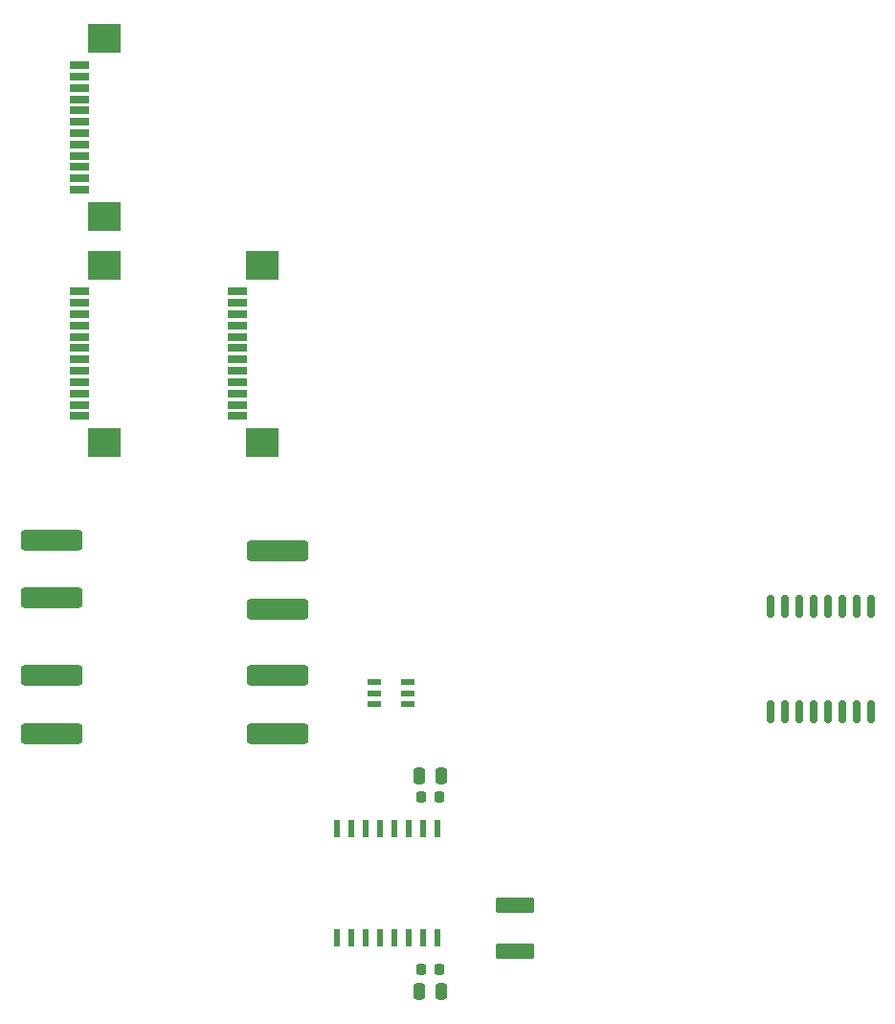
<source format=gbr>
%TF.GenerationSoftware,KiCad,Pcbnew,9.0.2*%
%TF.CreationDate,2025-06-09T15:32:08+03:00*%
%TF.ProjectId,PMCPU-LLU,504d4350-552d-44c4-9c55-2e6b69636164,rev?*%
%TF.SameCoordinates,Original*%
%TF.FileFunction,Paste,Top*%
%TF.FilePolarity,Positive*%
%FSLAX46Y46*%
G04 Gerber Fmt 4.6, Leading zero omitted, Abs format (unit mm)*
G04 Created by KiCad (PCBNEW 9.0.2) date 2025-06-09 15:32:08*
%MOMM*%
%LPD*%
G01*
G04 APERTURE LIST*
G04 Aperture macros list*
%AMRoundRect*
0 Rectangle with rounded corners*
0 $1 Rounding radius*
0 $2 $3 $4 $5 $6 $7 $8 $9 X,Y pos of 4 corners*
0 Add a 4 corners polygon primitive as box body*
4,1,4,$2,$3,$4,$5,$6,$7,$8,$9,$2,$3,0*
0 Add four circle primitives for the rounded corners*
1,1,$1+$1,$2,$3*
1,1,$1+$1,$4,$5*
1,1,$1+$1,$6,$7*
1,1,$1+$1,$8,$9*
0 Add four rect primitives between the rounded corners*
20,1,$1+$1,$2,$3,$4,$5,0*
20,1,$1+$1,$4,$5,$6,$7,0*
20,1,$1+$1,$6,$7,$8,$9,0*
20,1,$1+$1,$8,$9,$2,$3,0*%
G04 Aperture macros list end*
%ADD10R,1.181100X0.558800*%
%ADD11RoundRect,0.250000X2.450000X-0.650000X2.450000X0.650000X-2.450000X0.650000X-2.450000X-0.650000X0*%
%ADD12RoundRect,0.249999X1.450001X-0.450001X1.450001X0.450001X-1.450001X0.450001X-1.450001X-0.450001X0*%
%ADD13R,0.482600X1.549400*%
%ADD14R,1.803400X0.635000*%
%ADD15R,2.997200X2.590800*%
%ADD16RoundRect,0.250000X0.250000X0.475000X-0.250000X0.475000X-0.250000X-0.475000X0.250000X-0.475000X0*%
%ADD17RoundRect,0.225000X0.225000X0.250000X-0.225000X0.250000X-0.225000X-0.250000X0.225000X-0.250000X0*%
%ADD18RoundRect,0.150000X0.150000X-0.875000X0.150000X0.875000X-0.150000X0.875000X-0.150000X-0.875000X0*%
G04 APERTURE END LIST*
D10*
%TO.C,U7*%
X-4533150Y-20950001D03*
X-4533150Y-20000000D03*
X-4533150Y-19049999D03*
X-7466850Y-19049999D03*
X-7466850Y-20000000D03*
X-7466850Y-20950001D03*
%TD*%
D11*
%TO.C,C3*%
X-36000000Y-11550000D03*
X-36000000Y-6450000D03*
%TD*%
%TO.C,C6*%
X-36000000Y-23550000D03*
X-36000000Y-18450000D03*
%TD*%
D12*
%TO.C,C1*%
X5000000Y-42800000D03*
X5000000Y-38700000D03*
%TD*%
D13*
%TO.C,U4*%
X-1905000Y-32004000D03*
X-3175000Y-32004000D03*
X-4445000Y-32004000D03*
X-5715000Y-32004000D03*
X-6985000Y-32004000D03*
X-8255000Y-32004000D03*
X-9525000Y-32004000D03*
X-10795000Y-32004000D03*
X-10795000Y-41656000D03*
X-9525000Y-41656000D03*
X-8255000Y-41656000D03*
X-6985000Y-41656000D03*
X-5715000Y-41656000D03*
X-4445000Y-41656000D03*
X-3175000Y-41656000D03*
X-1905000Y-41656000D03*
%TD*%
D14*
%TO.C,J12*%
X-33556000Y4500008D03*
X-33556000Y5500006D03*
X-33556000Y6500004D03*
X-33556000Y7500002D03*
X-33556000Y8500000D03*
X-33556000Y9500000D03*
X-33556000Y10500000D03*
X-33556000Y11500000D03*
X-33556000Y12499998D03*
X-33556000Y13499996D03*
X-33556000Y14499994D03*
X-33556000Y15499992D03*
D15*
X-31385999Y2149997D03*
X-31385999Y17850003D03*
%TD*%
D14*
%TO.C,J7*%
X-19556000Y4500008D03*
X-19556000Y5500006D03*
X-19556000Y6500004D03*
X-19556000Y7500002D03*
X-19556000Y8500000D03*
X-19556000Y9500000D03*
X-19556000Y10500000D03*
X-19556000Y11500000D03*
X-19556000Y12499998D03*
X-19556000Y13499996D03*
X-19556000Y14499994D03*
X-19556000Y15499992D03*
D15*
X-17385999Y2149997D03*
X-17385999Y17850003D03*
%TD*%
D16*
%TO.C,C10*%
X-1590000Y-46355000D03*
X-3490000Y-46355000D03*
%TD*%
%TO.C,C12*%
X-1590000Y-27305000D03*
X-3490000Y-27305000D03*
%TD*%
D17*
%TO.C,C9*%
X-1765000Y-44450000D03*
X-3315000Y-44450000D03*
%TD*%
D11*
%TO.C,C5*%
X-16000000Y-23550000D03*
X-16000000Y-18450000D03*
%TD*%
%TO.C,C2*%
X-16000000Y-12550000D03*
X-16000000Y-7450000D03*
%TD*%
D18*
%TO.C,U6*%
X27555000Y-21650000D03*
X28825000Y-21650000D03*
X30095000Y-21650000D03*
X31365000Y-21650000D03*
X32635000Y-21650000D03*
X33905000Y-21650000D03*
X35175000Y-21650000D03*
X36445000Y-21650000D03*
X36445000Y-12350000D03*
X35175000Y-12350000D03*
X33905000Y-12350000D03*
X32635000Y-12350000D03*
X31365000Y-12350000D03*
X30095000Y-12350000D03*
X28825000Y-12350000D03*
X27555000Y-12350000D03*
%TD*%
D14*
%TO.C,J2*%
X-33556000Y24500008D03*
X-33556000Y25500006D03*
X-33556000Y26500004D03*
X-33556000Y27500002D03*
X-33556000Y28500000D03*
X-33556000Y29500000D03*
X-33556000Y30500000D03*
X-33556000Y31500000D03*
X-33556000Y32499998D03*
X-33556000Y33499996D03*
X-33556000Y34499994D03*
X-33556000Y35499992D03*
D15*
X-31385999Y22149997D03*
X-31385999Y37850003D03*
%TD*%
D17*
%TO.C,C11*%
X-1765000Y-29210000D03*
X-3315000Y-29210000D03*
%TD*%
M02*

</source>
